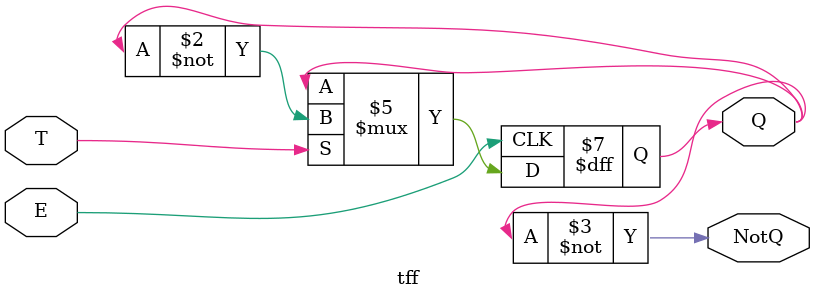
<source format=v>
module tff(
    input T, E,
    output reg Q,
    output NotQ
);

    initial begin
        Q <= 0;
    end
    
    always @(posedge E) begin
        if (T)
            Q <= ~Q;
    end
    
    assign NotQ = ~Q;

endmodule
</source>
